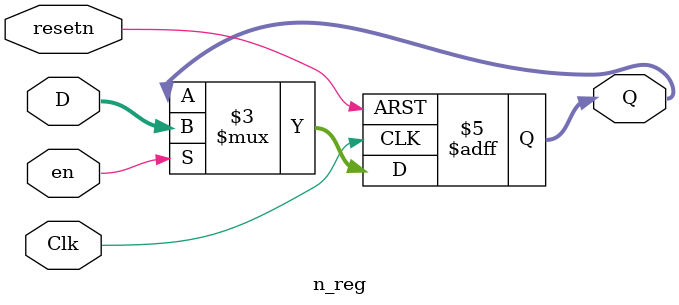
<source format=v>
module n_reg(D,Clk,en,resetn,Q);
parameter n=3; //define inputs and outputs
input [n-1:0] D;
input Clk,resetn,en;
output reg [n-1:0] Q;

always @(posedge Clk,negedge resetn) //on positive clock or when reset goes low
if(!resetn) //if reset goes low
	Q<=0;//register back to zero
else if(en)
	Q<=D;//otherwise it is set to input
endmodule
</source>
